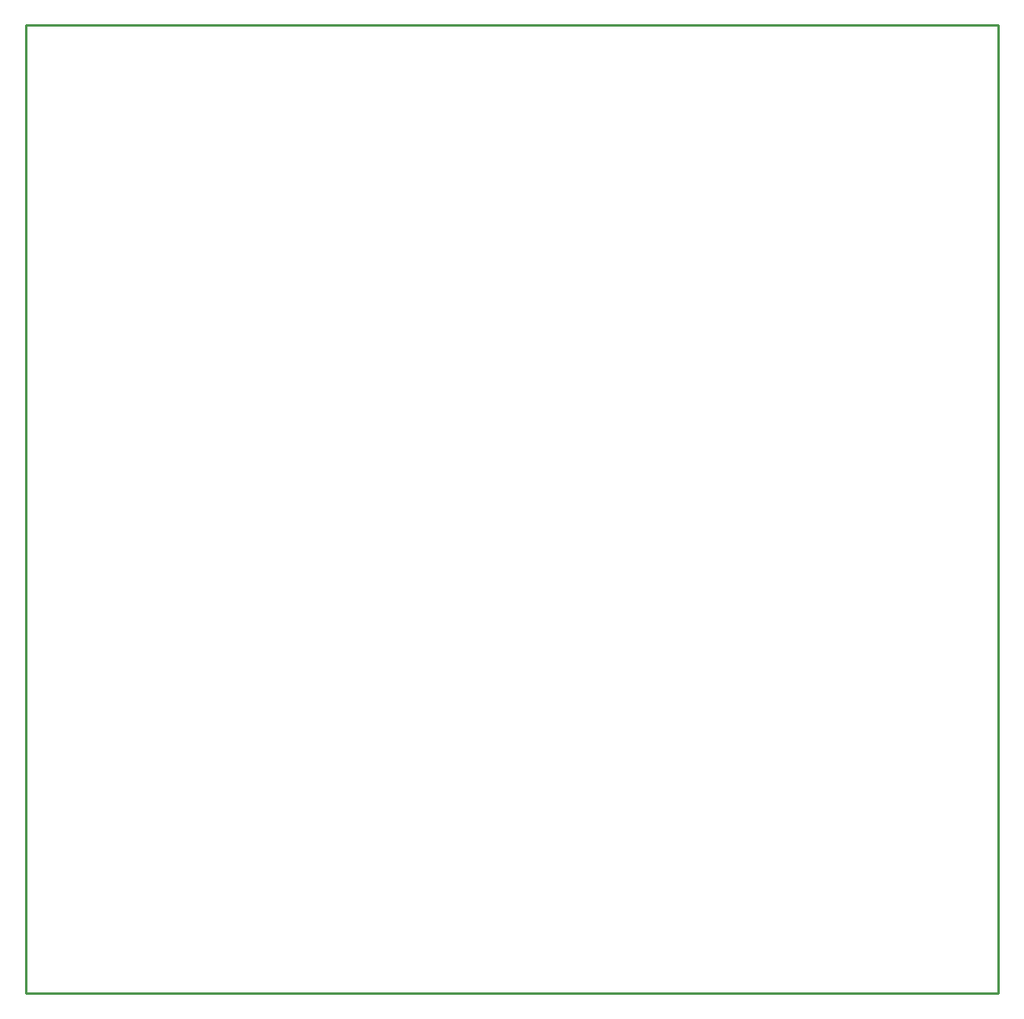
<source format=gko>
G04 Layer_Color=16711935*
%FSLAX25Y25*%
%MOIN*%
G70*
G01*
G75*
%ADD19C,0.01000*%
D19*
X0Y0D02*
X401575D01*
Y400000D01*
X0D02*
X401575D01*
X0Y0D02*
Y400000D01*
M02*

</source>
